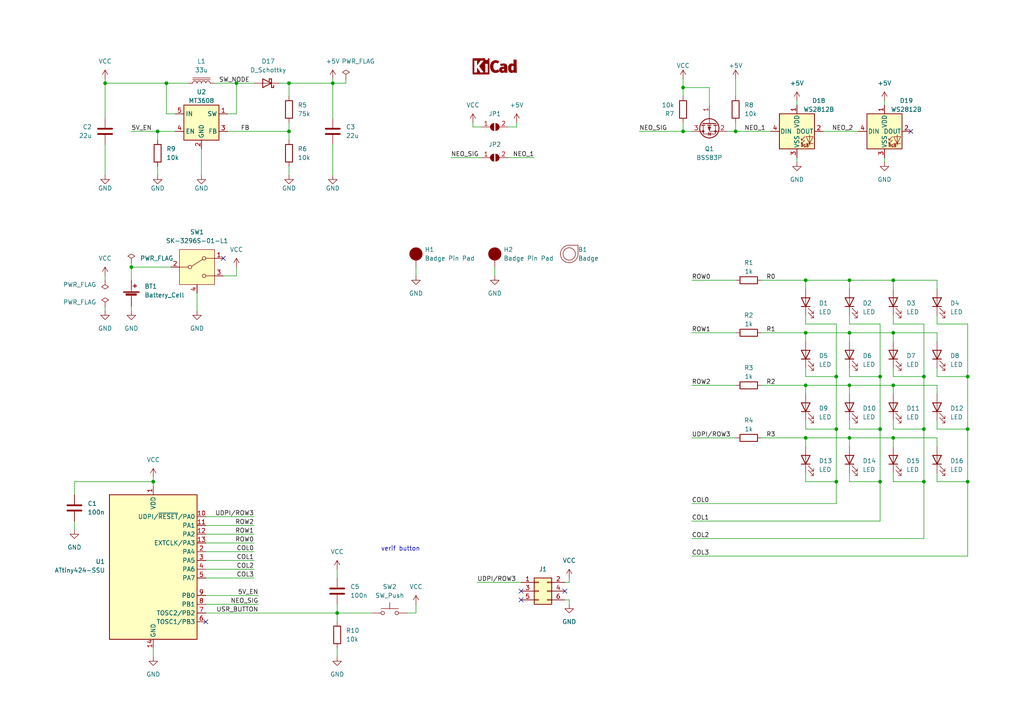
<source format=kicad_sch>
(kicad_sch (version 20211123) (generator eeschema)
  (paper "A4")
  (lib_symbols
    (symbol "Connector_Generic:Conn_02x03_Odd_Even" (pin_names (offset 1.016) hide)
      (property "Reference" "J" (at 1.27 5.08 0))
      (property "Value" "Conn_02x03_Odd_Even" (at 1.27 -5.08 0))
      (symbol "Conn_02x03_Odd_Even_1_1"
        (pin passive line (at -5.08 2.54 0) (length 3.81) (name "Pin_1") (number "1"))
        (pin passive line (at 7.62 2.54 180) (length 3.81) (name "Pin_2") (number "2"))
        (pin passive line (at -5.08 0 0) (length 3.81) (name "Pin_3") (number "3"))
        (pin passive line (at 7.62 0 180) (length 3.81) (name "Pin_4") (number "4"))
        (pin passive line (at -5.08 -2.54 0) (length 3.81) (name "Pin_5") (number "5"))
        (pin passive line (at 7.62 -2.54 180) (length 3.81) (name "Pin_6") (number "6"))
      )
    )
    (symbol "Device:Battery_Cell" (pin_numbers hide) (pin_names (offset 0) hide)
      (property "Reference" "BT" (at 2.54 2.54 0))
      (property "Value" "Battery_Cell" (at 2.54 0 0))
      (symbol "Battery_Cell_1_1"
        (pin passive line (at 0 5.08 270) (length 2.54) (name "+") (number "1"))
        (pin passive line (at 0 -2.54 90) (length 2.54) (name "-") (number "2"))
      )
    )
    (symbol "Device:C" (pin_numbers hide) (pin_names (offset 0.254))
      (property "Reference" "C" (at 0.635 2.54 0))
      (property "Value" "C" (at 0.635 -2.54 0))
      (symbol "C_1_1"
        (pin passive line (at 0 3.81 270) (length 2.794) (name "~") (number "1"))
        (pin passive line (at 0 -3.81 90) (length 2.794) (name "~") (number "2"))
      )
    )
    (symbol "Device:D_Schottky" (pin_numbers hide) (pin_names (offset 1.016) hide)
      (property "Reference" "D" (at 0 2.54 0))
      (property "Value" "D_Schottky" (at 0 -2.54 0))
      (symbol "D_Schottky_1_1"
        (pin passive line (at -3.81 0 0) (length 2.54) (name "K") (number "1"))
        (pin passive line (at 3.81 0 180) (length 2.54) (name "A") (number "2"))
      )
    )
    (symbol "Device:LED" (pin_numbers hide) (pin_names (offset 1.016) hide)
      (property "Reference" "D" (at 0 2.54 0))
      (property "Value" "LED" (at 0 -2.54 0))
      (symbol "LED_1_1"
        (pin passive line (at -3.81 0 0) (length 2.54) (name "K") (number "1"))
        (pin passive line (at 3.81 0 180) (length 2.54) (name "A") (number "2"))
      )
    )
    (symbol "Device:L_Iron" (pin_numbers hide) (pin_names (offset 1.016) hide)
      (property "Reference" "L" (at -1.27 0 90))
      (property "Value" "L_Iron" (at 2.794 0 90))
      (symbol "L_Iron_1_1"
        (pin passive line (at 0 3.81 270) (length 1.27) (name "1") (number "1"))
        (pin passive line (at 0 -3.81 90) (length 1.27) (name "2") (number "2"))
      )
    )
    (symbol "Device:R" (pin_numbers hide) (pin_names (offset 0))
      (property "Reference" "R" (at 2.032 0 90))
      (property "Value" "R" (at 0 0 90))
      (symbol "R_1_1"
        (pin passive line (at 0 3.81 270) (length 1.27) (name "~") (number "1"))
        (pin passive line (at 0 -3.81 90) (length 1.27) (name "~") (number "2"))
      )
    )
    (symbol "Jumper:SolderJumper_2_Open" (pin_names (offset 0) hide)
      (property "Reference" "JP" (at 0 2.032 0))
      (property "Value" "SolderJumper_2_Open" (at 0 -2.54 0))
      (symbol "SolderJumper_2_Open_1_1"
        (pin passive line (at -3.81 0 0) (length 2.54) (name "A") (number "1"))
        (pin passive line (at 3.81 0 180) (length 2.54) (name "B") (number "2"))
      )
    )
    (symbol "LED:WS2812B" (pin_names (offset 0.254))
      (property "Reference" "D" (at 5.08 5.715 0))
      (property "Value" "WS2812B" (at 1.27 -5.715 0))
      (symbol "WS2812B_0_0"
        (text "RGB" (at 2.286 -4.191 0) (effects (font (size 0.762 0.762))))
      )
      (symbol "WS2812B_1_1"
        (pin power_in line (at 0 7.62 270) (length 2.54) (name "VDD") (number "1"))
        (pin output line (at 7.62 0 180) (length 2.54) (name "DOUT") (number "2"))
        (pin power_in line (at 0 -7.62 90) (length 2.54) (name "VSS") (number "3"))
        (pin input line (at -7.62 0 0) (length 2.54) (name "DIN") (number "4"))
      )
    )
    (symbol "Regulator_Switching:MT3608"
      (property "Reference" "U" (at -2.54 8.89 0))
      (property "Value" "MT3608" (at -3.81 6.35 0))
      (symbol "MT3608_1_1"
        (pin passive line (at 7.62 2.54 180) (length 2.54) (name "SW") (number "1"))
        (pin power_in line (at 0 -7.62 90) (length 2.54) (name "GND") (number "2"))
        (pin input line (at 7.62 -2.54 180) (length 2.54) (name "FB") (number "3"))
        (pin input line (at -7.62 -2.54 0) (length 2.54) (name "EN") (number "4"))
        (pin power_in line (at -7.62 2.54 0) (length 2.54) (name "IN") (number "5"))
        (pin no_connect line (at 5.08 0 180) (length 2.54) hide (name "NC") (number "6"))
      )
    )
    (symbol "Switch:SW_Push" (pin_numbers hide) (pin_names (offset 1.016) hide)
      (property "Reference" "SW" (at 1.27 2.54 0))
      (property "Value" "SW_Push" (at 0 -1.524 0))
      (symbol "SW_Push_0_1"
        (pin passive line (at -5.08 0 0) (length 2.54) (name "1") (number "1"))
        (pin passive line (at 5.08 0 180) (length 2.54) (name "2") (number "2"))
      )
    )
    (symbol "Transistor_FET:BSS83P" (pin_names hide)
      (property "Reference" "Q" (at 5.08 1.905 0))
      (property "Value" "BSS83P" (at 5.08 0 0))
      (symbol "BSS83P_1_1"
        (pin input line (at -5.08 0 0) (length 2.54) (name "G") (number "1"))
        (pin passive line (at 2.54 -5.08 90) (length 2.54) (name "S") (number "2"))
        (pin passive line (at 2.54 5.08 270) (length 2.54) (name "D") (number "3"))
      )
    )
    (symbol "badge-lib:Badge"
      (property "Reference" "B" (at 0 3.81 0))
      (property "Value" "Badge" (at 0 6.35 0))
    )
    (symbol "badge-lib:Badge Pin Pad" (pin_numbers hide) (pin_names (offset 1.016) hide)
      (property "Reference" "H" (at 0 6.35 0))
      (property "Value" "Badge Pin Pad" (at 0 4.445 0))
      (symbol "Badge Pin Pad_1_1"
        (pin input line (at 0 -2.54 90) (length 2.54) (name "1") (number "1"))
      )
    )
    (symbol "badge-lib:SK-3296S-01-L1" (pin_names (offset 0) hide)
      (property "Reference" "SW" (at 0 8.89 0))
      (property "Value" "SK-3296S-01-L1" (at 0 6.35 0))
      (symbol "SK-3296S-01-L1_1_1"
        (pin passive line (at 7.62 2.54 180) (length 2.54) (name "A") (number "1"))
        (pin passive line (at -7.62 0 0) (length 2.54) (name "B") (number "2"))
        (pin passive line (at 7.62 -2.54 180) (length 2.54) (name "C") (number "3"))
        (pin passive line (at 0 -7.62 90) (length 2.54) (name "CHASSIS") (number "4"))
      )
    )
    (symbol "guigur-lib:ATtiny424-SSU"
      (property "Reference" "U" (at -12.7 22.86 0))
      (property "Value" "ATtiny424-SSU" (at 2.54 -21.59 0))
      (symbol "ATtiny424-SSU_1_1"
        (pin power_in line (at 0 24.13 270) (length 2.54) (name "VDD") (number "1"))
        (pin bidirectional line (at 15.24 15.24 180) (length 2.54) (name "UDPI/~{RESET}/PA0") (number "10"))
        (pin bidirectional line (at 15.24 12.7 180) (length 2.54) (name "PA1") (number "11"))
        (pin bidirectional line (at 15.24 10.16 180) (length 2.54) (name "PA2") (number "12"))
        (pin bidirectional line (at 15.24 7.62 180) (length 2.54) (name "EXTCLK/PA3") (number "13"))
        (pin power_in line (at 0 -22.86 90) (length 2.54) (name "GND") (number "14"))
        (pin bidirectional line (at 15.24 5.08 180) (length 2.54) (name "PA4") (number "2"))
        (pin bidirectional line (at 15.24 2.54 180) (length 2.54) (name "PA5") (number "3"))
        (pin bidirectional line (at 15.24 0 180) (length 2.54) (name "PA6") (number "4"))
        (pin bidirectional line (at 15.24 -2.54 180) (length 2.54) (name "PA7") (number "5"))
        (pin bidirectional line (at 15.24 -15.24 180) (length 2.54) (name "TOSC1/PB3") (number "6"))
        (pin bidirectional line (at 15.24 -12.7 180) (length 2.54) (name "TOSC2/PB2") (number "7"))
        (pin bidirectional line (at 15.24 -10.16 180) (length 2.54) (name "PB1") (number "8"))
        (pin bidirectional line (at 15.24 -7.62 180) (length 2.54) (name "PB0") (number "9"))
      )
    )
    (symbol "guigur-lib:KiCAD LOGO Small" (pin_names (offset 1.016)))
    (symbol "power:+5V" (power) (pin_names (offset 0))
      (property "Value" "+5V" (at 0 3.556 0))
      (symbol "+5V_1_1"
        (pin power_in line (at 0 0 90) (length 0) hide (name "+5V") (number "1"))
      )
    )
    (symbol "power:GND" (power) (pin_names (offset 0))
      (property "Value" "GND" (at 0 -3.81 0))
      (symbol "GND_1_1"
        (pin power_in line (at 0 0 270) (length 0) hide (name "GND") (number "1"))
      )
    )
    (symbol "power:PWR_FLAG" (power) (pin_numbers hide) (pin_names (offset 0) hide)
      (property "Value" "PWR_FLAG" (at 0 3.81 0))
      (symbol "PWR_FLAG_0_0"
        (pin power_out line (at 0 0 90) (length 0) (name "pwr") (number "1"))
      )
    )
    (symbol "power:VCC" (power) (pin_names (offset 0))
      (property "Value" "VCC" (at 0 3.81 0))
      (symbol "VCC_1_1"
        (pin power_in line (at 0 0 90) (length 0) hide (name "VCC") (number "1"))
      )
    )
  )
  (junction (at 255.27 109.22))
  (junction (at 246.38 81.28))
  (junction (at 246.38 127))
  (junction (at 255.27 124.46))
  (junction (at 246.38 111.76))
  (junction (at 48.26 24.13))
  (junction (at 38.1 77.47))
  (junction (at 198.12 25.4))
  (junction (at 68.58 24.13))
  (junction (at 242.57 124.46))
  (junction (at 267.97 109.22))
  (junction (at 198.12 38.1))
  (junction (at 83.82 24.13))
  (junction (at 44.45 139.7))
  (junction (at 267.97 139.7))
  (junction (at 255.27 139.7))
  (junction (at 213.36 38.1))
  (junction (at 83.82 38.1))
  (junction (at 96.52 24.13))
  (junction (at 267.97 124.46))
  (junction (at 242.57 139.7))
  (junction (at 280.67 124.46))
  (junction (at 30.48 24.13))
  (junction (at 233.68 81.28))
  (junction (at 97.79 177.8))
  (junction (at 280.67 109.22))
  (junction (at 233.68 111.76))
  (junction (at 259.08 111.76))
  (junction (at 259.08 96.52))
  (junction (at 259.08 81.28))
  (junction (at 246.38 96.52))
  (junction (at 233.68 96.52))
  (junction (at 280.67 139.7))
  (junction (at 259.08 127))
  (junction (at 233.68 127))
  (junction (at 242.57 109.22))
  (junction (at 45.72 38.1))
  (no_connect (at 59.69 180.34))
  (no_connect (at 64.77 74.93))
  (no_connect (at 264.16 38.1))
  (no_connect (at 151.13 173.99))
  (no_connect (at 163.83 171.45))
  (no_connect (at 151.13 171.45))
  (wire (pts (xy 255.27 109.22) (xy 255.27 124.46)))
  (wire (pts (xy 242.57 109.22) (xy 242.57 124.46)))
  (wire (pts (xy 259.08 96.52) (xy 259.08 99.06)))
  (wire (pts (xy 120.65 177.8) (xy 118.11 177.8)))
  (wire (pts (xy 271.78 96.52) (xy 271.78 99.06)))
  (wire (pts (xy 267.97 93.98) (xy 267.97 109.22)))
  (wire (pts (xy 259.08 81.28) (xy 259.08 83.82)))
  (wire (pts (xy 246.38 93.98) (xy 255.27 93.98)))
  (wire (pts (xy 246.38 106.68) (xy 246.38 109.22)))
  (wire (pts (xy 246.38 127) (xy 259.08 127)))
  (wire (pts (xy 198.12 25.4) (xy 205.74 25.4)))
  (wire (pts (xy 97.79 175.26) (xy 97.79 177.8)))
  (wire (pts (xy 165.1 168.91) (xy 163.83 168.91)))
  (wire (pts (xy 49.53 77.47) (xy 38.1 77.47)))
  (wire (pts (xy 30.48 50.8) (xy 30.48 41.91)))
  (wire (pts (xy 255.27 139.7) (xy 246.38 139.7)))
  (wire (pts (xy 271.78 109.22) (xy 280.67 109.22)))
  (wire (pts (xy 231.14 29.21) (xy 231.14 30.48)))
  (wire (pts (xy 246.38 109.22) (xy 255.27 109.22)))
  (wire (pts (xy 97.79 190.5) (xy 97.79 187.96)))
  (wire (pts (xy 68.58 33.02) (xy 66.04 33.02)))
  (wire (pts (xy 246.38 124.46) (xy 255.27 124.46)))
  (wire (pts (xy 267.97 139.7) (xy 267.97 156.21)))
  (wire (pts (xy 200.66 127) (xy 213.36 127)))
  (wire (pts (xy 255.27 139.7) (xy 255.27 151.13)))
  (wire (pts (xy 233.68 99.06) (xy 233.68 96.52)))
  (wire (pts (xy 259.08 121.92) (xy 259.08 124.46)))
  (wire (pts (xy 59.69 162.56) (xy 73.66 162.56)))
  (wire (pts (xy 246.38 96.52) (xy 246.38 99.06)))
  (wire (pts (xy 233.68 96.52) (xy 246.38 96.52)))
  (wire (pts (xy 38.1 76.2) (xy 38.1 77.47)))
  (wire (pts (xy 233.68 124.46) (xy 242.57 124.46)))
  (wire (pts (xy 198.12 22.86) (xy 198.12 25.4)))
  (wire (pts (xy 68.58 24.13) (xy 73.66 24.13)))
  (wire (pts (xy 30.48 22.86) (xy 30.48 24.13)))
  (wire (pts (xy 280.67 109.22) (xy 280.67 124.46)))
  (wire (pts (xy 280.67 139.7) (xy 271.78 139.7)))
  (wire (pts (xy 81.28 24.13) (xy 83.82 24.13)))
  (wire (pts (xy 62.23 24.13) (xy 68.58 24.13)))
  (wire (pts (xy 83.82 35.56) (xy 83.82 38.1)))
  (wire (pts (xy 107.95 177.8) (xy 97.79 177.8)))
  (wire (pts (xy 149.86 36.83) (xy 149.86 35.56)))
  (wire (pts (xy 45.72 38.1) (xy 50.8 38.1)))
  (wire (pts (xy 213.36 38.1) (xy 223.52 38.1)))
  (wire (pts (xy 21.59 153.67) (xy 21.59 151.13)))
  (wire (pts (xy 280.67 93.98) (xy 280.67 109.22)))
  (wire (pts (xy 242.57 139.7) (xy 242.57 146.05)))
  (wire (pts (xy 233.68 139.7) (xy 233.68 137.16)))
  (wire (pts (xy 271.78 106.68) (xy 271.78 109.22)))
  (wire (pts (xy 280.67 124.46) (xy 280.67 139.7)))
  (wire (pts (xy 59.69 157.48) (xy 73.66 157.48)))
  (wire (pts (xy 120.65 175.26) (xy 120.65 177.8)))
  (wire (pts (xy 200.66 151.13) (xy 255.27 151.13)))
  (wire (pts (xy 233.68 83.82) (xy 233.68 81.28)))
  (wire (pts (xy 44.45 190.5) (xy 44.45 187.96)))
  (wire (pts (xy 271.78 121.92) (xy 271.78 124.46)))
  (wire (pts (xy 97.79 177.8) (xy 97.79 180.34)))
  (wire (pts (xy 200.66 146.05) (xy 242.57 146.05)))
  (wire (pts (xy 59.69 177.8) (xy 97.79 177.8)))
  (wire (pts (xy 30.48 34.29) (xy 30.48 24.13)))
  (wire (pts (xy 200.66 161.29) (xy 280.67 161.29)))
  (wire (pts (xy 44.45 138.43) (xy 44.45 139.7)))
  (wire (pts (xy 21.59 139.7) (xy 44.45 139.7)))
  (wire (pts (xy 59.69 172.72) (xy 74.93 172.72)))
  (wire (pts (xy 255.27 93.98) (xy 255.27 109.22)))
  (wire (pts (xy 198.12 35.56) (xy 198.12 38.1)))
  (wire (pts (xy 246.38 111.76) (xy 246.38 114.3)))
  (wire (pts (xy 200.66 81.28) (xy 213.36 81.28)))
  (wire (pts (xy 96.52 22.86) (xy 96.52 24.13)))
  (wire (pts (xy 200.66 96.52) (xy 213.36 96.52)))
  (wire (pts (xy 147.32 45.72) (xy 154.94 45.72)))
  (wire (pts (xy 45.72 40.64) (xy 45.72 38.1)))
  (wire (pts (xy 220.98 111.76) (xy 233.68 111.76)))
  (wire (pts (xy 137.16 36.83) (xy 139.7 36.83)))
  (wire (pts (xy 246.38 81.28) (xy 246.38 83.82)))
  (wire (pts (xy 242.57 139.7) (xy 233.68 139.7)))
  (wire (pts (xy 30.48 80.01) (xy 30.48 81.28)))
  (wire (pts (xy 259.08 111.76) (xy 271.78 111.76)))
  (wire (pts (xy 280.67 139.7) (xy 280.67 161.29)))
  (wire (pts (xy 267.97 109.22) (xy 267.97 124.46)))
  (wire (pts (xy 233.68 114.3) (xy 233.68 111.76)))
  (wire (pts (xy 231.14 45.72) (xy 231.14 46.99)))
  (wire (pts (xy 271.78 139.7) (xy 271.78 137.16)))
  (wire (pts (xy 271.78 124.46) (xy 280.67 124.46)))
  (wire (pts (xy 246.38 139.7) (xy 246.38 137.16)))
  (wire (pts (xy 59.69 160.02) (xy 73.66 160.02)))
  (wire (pts (xy 242.57 124.46) (xy 242.57 139.7)))
  (wire (pts (xy 213.36 35.56) (xy 213.36 38.1)))
  (wire (pts (xy 120.65 80.01) (xy 120.65 77.47)))
  (wire (pts (xy 267.97 139.7) (xy 259.08 139.7)))
  (wire (pts (xy 165.1 167.64) (xy 165.1 168.91)))
  (wire (pts (xy 48.26 24.13) (xy 54.61 24.13)))
  (wire (pts (xy 267.97 109.22) (xy 259.08 109.22)))
  (wire (pts (xy 21.59 143.51) (xy 21.59 139.7)))
  (wire (pts (xy 200.66 156.21) (xy 267.97 156.21)))
  (wire (pts (xy 233.68 127) (xy 246.38 127)))
  (wire (pts (xy 238.76 38.1) (xy 248.92 38.1)))
  (wire (pts (xy 271.78 93.98) (xy 280.67 93.98)))
  (wire (pts (xy 246.38 81.28) (xy 259.08 81.28)))
  (wire (pts (xy 213.36 22.86) (xy 213.36 27.94)))
  (wire (pts (xy 233.68 106.68) (xy 233.68 109.22)))
  (wire (pts (xy 259.08 96.52) (xy 271.78 96.52)))
  (wire (pts (xy 30.48 24.13) (xy 48.26 24.13)))
  (wire (pts (xy 256.54 45.72) (xy 256.54 46.99)))
  (wire (pts (xy 147.32 36.83) (xy 149.86 36.83)))
  (wire (pts (xy 256.54 29.21) (xy 256.54 30.48)))
  (wire (pts (xy 100.33 24.13) (xy 96.52 24.13)))
  (wire (pts (xy 220.98 81.28) (xy 233.68 81.28)))
  (wire (pts (xy 64.77 80.01) (xy 68.58 80.01)))
  (wire (pts (xy 44.45 139.7) (xy 44.45 140.97)))
  (wire (pts (xy 246.38 111.76) (xy 259.08 111.76)))
  (wire (pts (xy 96.52 24.13) (xy 83.82 24.13)))
  (wire (pts (xy 233.68 81.28) (xy 246.38 81.28)))
  (wire (pts (xy 59.69 167.64) (xy 73.66 167.64)))
  (wire (pts (xy 50.8 33.02) (xy 48.26 33.02)))
  (wire (pts (xy 210.82 38.1) (xy 213.36 38.1)))
  (wire (pts (xy 246.38 96.52) (xy 259.08 96.52)))
  (wire (pts (xy 259.08 139.7) (xy 259.08 137.16)))
  (wire (pts (xy 259.08 91.44) (xy 259.08 93.98)))
  (wire (pts (xy 59.69 154.94) (xy 73.66 154.94)))
  (wire (pts (xy 246.38 121.92) (xy 246.38 124.46)))
  (wire (pts (xy 233.68 111.76) (xy 246.38 111.76)))
  (wire (pts (xy 271.78 127) (xy 271.78 129.54)))
  (wire (pts (xy 259.08 127) (xy 259.08 129.54)))
  (wire (pts (xy 233.68 109.22) (xy 242.57 109.22)))
  (wire (pts (xy 220.98 96.52) (xy 233.68 96.52)))
  (wire (pts (xy 48.26 33.02) (xy 48.26 24.13)))
  (wire (pts (xy 83.82 27.94) (xy 83.82 24.13)))
  (wire (pts (xy 259.08 106.68) (xy 259.08 109.22)))
  (wire (pts (xy 96.52 50.8) (xy 96.52 41.91)))
  (wire (pts (xy 59.69 175.26) (xy 74.93 175.26)))
  (wire (pts (xy 242.57 93.98) (xy 242.57 109.22)))
  (wire (pts (xy 38.1 77.47) (xy 38.1 81.28)))
  (wire (pts (xy 271.78 81.28) (xy 271.78 83.82)))
  (wire (pts (xy 83.82 50.8) (xy 83.82 48.26)))
  (wire (pts (xy 68.58 24.13) (xy 68.58 33.02)))
  (wire (pts (xy 68.58 77.47) (xy 68.58 80.01)))
  (wire (pts (xy 205.74 25.4) (xy 205.74 30.48)))
  (wire (pts (xy 259.08 124.46) (xy 267.97 124.46)))
  (wire (pts (xy 38.1 90.17) (xy 38.1 88.9)))
  (wire (pts (xy 100.33 22.86) (xy 100.33 24.13)))
  (wire (pts (xy 30.48 90.17) (xy 30.48 88.9)))
  (wire (pts (xy 220.98 127) (xy 233.68 127)))
  (wire (pts (xy 200.66 111.76) (xy 213.36 111.76)))
  (wire (pts (xy 271.78 91.44) (xy 271.78 93.98)))
  (wire (pts (xy 198.12 27.94) (xy 198.12 25.4)))
  (wire (pts (xy 45.72 50.8) (xy 45.72 48.26)))
  (wire (pts (xy 143.51 80.01) (xy 143.51 77.47)))
  (wire (pts (xy 58.42 50.8) (xy 58.42 43.18)))
  (wire (pts (xy 259.08 111.76) (xy 259.08 114.3)))
  (wire (pts (xy 165.1 173.99) (xy 163.83 173.99)))
  (wire (pts (xy 96.52 34.29) (xy 96.52 24.13)))
  (wire (pts (xy 267.97 124.46) (xy 267.97 139.7)))
  (wire (pts (xy 66.04 38.1) (xy 83.82 38.1)))
  (wire (pts (xy 59.69 149.86) (xy 73.66 149.86)))
  (wire (pts (xy 233.68 91.44) (xy 233.68 93.98)))
  (wire (pts (xy 255.27 124.46) (xy 255.27 139.7)))
  (wire (pts (xy 38.1 38.1) (xy 45.72 38.1)))
  (wire (pts (xy 271.78 111.76) (xy 271.78 114.3)))
  (wire (pts (xy 185.42 38.1) (xy 198.12 38.1)))
  (wire (pts (xy 233.68 93.98) (xy 242.57 93.98)))
  (wire (pts (xy 165.1 175.26) (xy 165.1 173.99)))
  (wire (pts (xy 246.38 91.44) (xy 246.38 93.98)))
  (wire (pts (xy 198.12 38.1) (xy 200.66 38.1)))
  (wire (pts (xy 259.08 127) (xy 271.78 127)))
  (wire (pts (xy 137.16 35.56) (xy 137.16 36.83)))
  (wire (pts (xy 259.08 81.28) (xy 271.78 81.28)))
  (wire (pts (xy 97.79 165.1) (xy 97.79 167.64)))
  (wire (pts (xy 59.69 152.4) (xy 73.66 152.4)))
  (wire (pts (xy 138.43 168.91) (xy 151.13 168.91)))
  (wire (pts (xy 259.08 93.98) (xy 267.97 93.98)))
  (wire (pts (xy 233.68 129.54) (xy 233.68 127)))
  (wire (pts (xy 83.82 38.1) (xy 83.82 40.64)))
  (wire (pts (xy 246.38 127) (xy 246.38 129.54)))
  (wire (pts (xy 59.69 165.1) (xy 73.66 165.1)))
  (wire (pts (xy 130.81 45.72) (xy 139.7 45.72)))
  (wire (pts (xy 233.68 121.92) (xy 233.68 124.46)))
  (wire (pts (xy 57.15 90.17) (xy 57.15 85.09)))
  (text "verif button\n" (at 110.49 160.02 0) (effects (font (size 1.27 1.27)) (justify left bottom)))
  (label "ROW2" (at 73.66 152.4 180))
  (label "R0" (at 222.25 81.28 0))
  (label "NEO_1" (at 215.9 38.1 0))
  (label "ROW1" (at 200.66 96.52 0))
  (label "COL3" (at 200.66 161.29 0))
  (label "FB" (at 72.39 38.1 180))
  (label "SW_NODE" (at 63.5 24.13 0))
  (label "ROW0" (at 73.66 157.48 180))
  (label "5V_EN" (at 38.1 38.1 0))
  (label "5V_EN" (at 74.93 172.72 180))
  (label "COL0" (at 200.66 146.05 0))
  (label "COL2" (at 200.66 156.21 0))
  (label "R1" (at 222.25 96.52 0))
  (label "NEO_SIG" (at 130.81 45.72 0))
  (label "ROW1" (at 73.66 154.94 180))
  (label "COL2" (at 73.66 165.1 180))
  (label "COL1" (at 200.66 151.13 0))
  (label "USR_BUTTON" (at 74.93 177.8 180))
  (label "NEO_1" (at 154.94 45.72 180))
  (label "COL1" (at 73.66 162.56 180))
  (label "R3" (at 222.25 127 0))
  (label "NEO_SIG" (at 74.93 175.26 180))
  (label "UDPI{slash}ROW3" (at 73.66 149.86 180))
  (label "R2" (at 222.25 111.76 0))
  (label "UDPI{slash}ROW3" (at 200.66 127 0))
  (label "ROW0" (at 200.66 81.28 0))
  (label "NEO_2" (at 241.3 38.1 0))
  (label "ROW2" (at 200.66 111.76 0))
  (label "COL0" (at 73.66 160.02 180))
  (label "NEO_SIG" (at 185.42 38.1 0))
  (label "UDPI{slash}ROW3" (at 138.43 168.91 0))
  (label "COL3" (at 73.66 167.64 180))
  (symbol (lib_id "badge-lib:SK-3296S-01-L1") (at 57.15 77.47 0) (unit 1)
    (property "Reference" "SW1" (at 57.15 67.31 0))
    (property "Value" "SK-3296S-01-L1" (at 57.15 69.85 0))
    (property "Footprint" "badge:sk-3296s-01-l1" (effects hide))
    (property "Datasheet" "https://datasheet.lcsc.com/lcsc/2110151630_XKB-Connectivity-SK-3296S-01-L1_C319020.pdf" (effects hide))
  )
  (symbol (lib_id "power:GND") (at 57.15 90.17 0) (unit 1)
    (property "Reference" "#PWR0123" (effects hide))
    (property "Value" "GND" (at 57.15 95.25 0))
  )
  (symbol (lib_id "Device:L_Iron") (at 58.42 24.13 90) (unit 1)
    (property "Reference" "L1" (at 58.42 17.78 90))
    (property "Value" "33u" (at 58.42 20.32 90))
    (property "Footprint" "Inductor_SMD:L_6.3x6.3_H3" (effects hide))
  )
  (symbol (lib_id "Device:R") (at 217.17 96.52 90) (unit 1)
    (property "Reference" "R2" (at 217.17 91.44 90))
    (property "Value" "1k" (at 217.17 93.98 90))
    (property "Footprint" "Resistor_SMD:R_0603_1608Metric_Pad0.98x0.95mm_HandSolder" (effects hide))
  )
  (symbol (lib_id "Device:LED") (at 259.08 133.35 90) (unit 1)
    (property "Reference" "D15" (at 262.89 133.6674 90) (effects (justify right)))
    (property "Value" "LED" (at 262.89 136.2074 90) (effects (justify right)))
    (property "Footprint" "badge:LED_0805_2012_badge" (effects hide))
  )
  (symbol (lib_id "power:GND") (at 30.48 90.17 0) (mirror y) (unit 1)
    (property "Reference" "#PWR0124" (effects hide))
    (property "Value" "GND" (at 30.48 95.25 0))
  )
  (symbol (lib_id "Switch:SW_Push") (at 113.03 177.8 0) (unit 1)
    (property "Reference" "SW2" (at 113.03 170.18 0))
    (property "Value" "SW_Push" (at 113.03 172.72 0))
    (property "Footprint" "Button_Switch_SMD:SW_Push_1P1T_NO_CK_KSC6xxJ" (effects hide))
  )
  (symbol (lib_id "Device:LED") (at 259.08 102.87 90) (unit 1)
    (property "Reference" "D7" (at 262.89 103.1874 90) (effects (justify right)))
    (property "Value" "LED" (at 262.89 105.7274 90) (effects (justify right)))
    (property "Footprint" "badge:LED_0805_2012_badge" (effects hide))
  )
  (symbol (lib_id "Device:Battery_Cell") (at 38.1 86.36 0) (unit 1)
    (property "Reference" "BT1" (at 41.91 83.0579 0) (effects (justify left)))
    (property "Value" "Battery_Cell" (at 41.91 85.5979 0) (effects (justify left)))
    (property "Footprint" "badge:cr_2032_holder_S8421-45R" (effects hide))
  )
  (symbol (lib_id "badge-lib:Badge") (at 165.1 73.66 0) (unit 1)
    (property "Reference" "B1" (at 167.64 72.3899 0) (effects (justify left)))
    (property "Value" "Badge" (at 167.64 74.9299 0) (effects (justify left)))
    (property "Footprint" "badge:layers" (effects hide))
  )
  (symbol (lib_id "power:PWR_FLAG") (at 30.48 81.28 0) (mirror x) (unit 1)
    (property "Reference" "#FLG0101" (effects hide))
    (property "Value" "PWR_FLAG" (at 27.94 82.5499 0) (effects (justify right)))
  )
  (symbol (lib_id "Device:LED") (at 246.38 87.63 90) (unit 1)
    (property "Reference" "D2" (at 250.19 87.9474 90) (effects (justify right)))
    (property "Value" "LED" (at 250.19 90.4874 90) (effects (justify right)))
    (property "Footprint" "badge:LED_0805_2012_badge" (effects hide))
  )
  (symbol (lib_id "Device:LED") (at 233.68 102.87 90) (unit 1)
    (property "Reference" "D5" (at 237.49 103.1874 90) (effects (justify right)))
    (property "Value" "LED" (at 237.49 105.7274 90) (effects (justify right)))
    (property "Footprint" "badge:LED_0805_2012_badge" (effects hide))
  )
  (symbol (lib_id "Device:LED") (at 246.38 133.35 90) (unit 1)
    (property "Reference" "D14" (at 250.19 133.6674 90) (effects (justify right)))
    (property "Value" "LED" (at 250.19 136.2074 90) (effects (justify right)))
    (property "Footprint" "badge:LED_0805_2012_badge" (effects hide))
  )
  (symbol (lib_id "power:VCC") (at 30.48 22.86 0) (unit 1)
    (property "Reference" "#PWR0118" (effects hide))
    (property "Value" "VCC" (at 30.48 17.78 0))
  )
  (symbol (lib_id "power:GND") (at 83.82 50.8 0) (unit 1)
    (property "Reference" "#PWR0116" (effects hide))
    (property "Value" "GND" (at 83.82 54.61 0))
  )
  (symbol (lib_id "Device:LED") (at 259.08 87.63 90) (unit 1)
    (property "Reference" "D3" (at 262.89 87.9474 90) (effects (justify right)))
    (property "Value" "LED" (at 262.89 90.4874 90) (effects (justify right)))
    (property "Footprint" "badge:LED_0805_2012_badge" (effects hide))
  )
  (symbol (lib_id "Device:R") (at 217.17 111.76 90) (unit 1)
    (property "Reference" "R3" (at 217.17 106.68 90))
    (property "Value" "1k" (at 217.17 109.22 90))
    (property "Footprint" "Resistor_SMD:R_0603_1608Metric_Pad0.98x0.95mm_HandSolder" (effects hide))
  )
  (symbol (lib_id "Regulator_Switching:MT3608") (at 58.42 35.56 0) (unit 1)
    (property "Reference" "U2" (at 58.42 26.67 0))
    (property "Value" "MT3608" (at 58.42 29.21 0))
    (property "Footprint" "Package_TO_SOT_SMD:SOT-23-6" (effects hide))
    (property "Datasheet" "https://www.olimex.com/Products/Breadboarding/BB-PWR-3608/resources/MT3608.pdf" (effects hide))
  )
  (symbol (lib_id "Device:C") (at 30.48 38.1 0) (unit 1)
    (property "Reference" "C2" (at 26.67 36.8299 0) (effects (justify right)))
    (property "Value" "22u" (at 26.67 39.3699 0) (effects (justify right)))
    (property "Footprint" "Resistor_SMD:R_1206_3216Metric_Pad1.30x1.75mm_HandSolder" (effects hide))
  )
  (symbol (lib_id "LED:WS2812B") (at 231.14 38.1 0) (unit 1)
    (property "Reference" "D18" (at 237.49 29.21 0))
    (property "Value" "WS2812B" (at 237.49 31.75 0))
    (property "Footprint" "badge:LED_WS2812B_PLCC4_5.0x5.0mm_P3.2mm" (effects hide))
    (property "Datasheet" "https://cdn-shop.adafruit.com/datasheets/WS2812B.pdf" (effects hide))
  )
  (symbol (lib_id "Device:LED") (at 271.78 87.63 90) (unit 1)
    (property "Reference" "D4" (at 275.59 87.9474 90) (effects (justify right)))
    (property "Value" "LED" (at 275.59 90.4874 90) (effects (justify right)))
    (property "Footprint" "badge:LED_0805_2012_badge" (effects hide))
  )
  (symbol (lib_id "Device:LED") (at 271.78 133.35 90) (unit 1)
    (property "Reference" "D16" (at 275.59 133.6674 90) (effects (justify right)))
    (property "Value" "LED" (at 275.59 136.2074 90) (effects (justify right)))
    (property "Footprint" "badge:LED_0805_2012_badge" (effects hide))
  )
  (symbol (lib_id "power:GND") (at 120.65 80.01 0) (unit 1)
    (property "Reference" "#PWR0106" (effects hide))
    (property "Value" "GND" (at 120.65 85.09 0))
  )
  (symbol (lib_id "power:VCC") (at 44.45 138.43 0) (unit 1)
    (property "Reference" "#PWR0101" (effects hide))
    (property "Value" "VCC" (at 44.45 133.35 0))
  )
  (symbol (lib_id "power:VCC") (at 198.12 22.86 0) (unit 1)
    (property "Reference" "#PWR0112" (effects hide))
    (property "Value" "VCC" (at 198.12 19.05 0))
  )
  (symbol (lib_id "Device:D_Schottky") (at 77.47 24.13 180) (unit 1)
    (property "Reference" "D17" (at 77.7875 17.78 0))
    (property "Value" "D_Schottky" (at 77.7875 20.32 0))
    (property "Footprint" "Diode_SMD:D_SMA" (effects hide))
  )
  (symbol (lib_id "power:+5V") (at 96.52 22.86 0) (unit 1)
    (property "Reference" "#PWR0115" (effects hide))
    (property "Value" "+5V" (at 96.52 17.78 0))
  )
  (symbol (lib_id "Device:LED") (at 233.68 87.63 90) (unit 1)
    (property "Reference" "D1" (at 237.49 87.9474 90) (effects (justify right)))
    (property "Value" "LED" (at 237.49 90.4874 90) (effects (justify right)))
    (property "Footprint" "badge:LED_0805_2012_badge" (effects hide))
  )
  (symbol (lib_id "Device:R") (at 217.17 81.28 90) (unit 1)
    (property "Reference" "R1" (at 217.17 76.2 90))
    (property "Value" "1k" (at 217.17 78.74 90))
    (property "Footprint" "Resistor_SMD:R_0603_1608Metric_Pad0.98x0.95mm_HandSolder" (effects hide))
  )
  (symbol (lib_id "power:+5V") (at 149.86 35.56 0) (unit 1)
    (property "Reference" "#PWR07" (effects hide))
    (property "Value" "+5V" (at 149.86 30.48 0))
  )
  (symbol (lib_id "power:PWR_FLAG") (at 100.33 22.86 0) (unit 1)
    (property "Reference" "#FLG0104" (effects hide))
    (property "Value" "PWR_FLAG" (at 99.06 17.78 0) (effects (justify left)))
  )
  (symbol (lib_id "power:GND") (at 97.79 190.5 0) (unit 1)
    (property "Reference" "#PWR01" (effects hide))
    (property "Value" "GND" (at 97.79 195.58 0))
  )
  (symbol (lib_id "Device:C") (at 97.79 171.45 0) (unit 1)
    (property "Reference" "C5" (at 101.6 170.1799 0) (effects (justify left)))
    (property "Value" "100n" (at 101.6 172.72 0) (effects (justify left)))
    (property "Footprint" "Resistor_SMD:R_0805_2012Metric_Pad1.20x1.40mm_HandSolder" (effects hide))
  )
  (symbol (lib_id "Device:C") (at 96.52 38.1 0) (unit 1)
    (property "Reference" "C3" (at 100.33 36.8299 0) (effects (justify left)))
    (property "Value" "22u" (at 100.33 39.3699 0) (effects (justify left)))
    (property "Footprint" "Resistor_SMD:R_1206_3216Metric_Pad1.30x1.75mm_HandSolder" (effects hide))
  )
  (symbol (lib_id "Jumper:SolderJumper_2_Open") (at 143.51 45.72 0) (unit 1)
    (property "Reference" "JP2" (at 143.51 41.91 0))
    (property "Value" "SolderJumper_2_Open" (effects hide))
    (property "Footprint" "Jumper:SolderJumper-2_P1.3mm_Open_TrianglePad1.0x1.5mm" (effects hide))
  )
  (symbol (lib_id "Device:LED") (at 246.38 118.11 90) (unit 1)
    (property "Reference" "D10" (at 250.19 118.4274 90) (effects (justify right)))
    (property "Value" "LED" (at 250.19 120.9674 90) (effects (justify right)))
    (property "Footprint" "badge:LED_0805_2012_badge" (effects hide))
  )
  (symbol (lib_id "Transistor_FET:BSS83P") (at 205.74 35.56 90) (mirror x) (unit 1)
    (property "Reference" "Q1" (at 205.74 43.18 90))
    (property "Value" "BSS83P" (at 205.74 45.72 90))
    (property "Footprint" "Package_TO_SOT_SMD:SOT-23" (effects hide))
    (property "Datasheet" "http://www.farnell.com/datasheets/1835997.pdf" (effects hide))
  )
  (symbol (lib_id "power:+5V") (at 256.54 29.21 0) (unit 1)
    (property "Reference" "#PWR0108" (effects hide))
    (property "Value" "+5V" (at 256.54 24.13 0))
  )
  (symbol (lib_id "power:VCC") (at 68.58 77.47 0) (unit 1)
    (property "Reference" "#PWR0122" (effects hide))
    (property "Value" "VCC" (at 68.58 72.39 0))
  )
  (symbol (lib_id "power:GND") (at 256.54 46.99 0) (unit 1)
    (property "Reference" "#PWR04" (effects hide))
    (property "Value" "GND" (at 256.54 52.07 0))
  )
  (symbol (lib_id "power:GND") (at 30.48 50.8 0) (unit 1)
    (property "Reference" "#PWR0121" (effects hide))
    (property "Value" "GND" (at 30.48 54.61 0))
  )
  (symbol (lib_id "Device:R") (at 213.36 31.75 0) (unit 1)
    (property "Reference" "R8" (at 215.9 30.4799 0) (effects (justify left)))
    (property "Value" "10k" (at 215.9 33.0199 0) (effects (justify left)))
    (property "Footprint" "Resistor_SMD:R_0603_1608Metric_Pad0.98x0.95mm_HandSolder" (effects hide))
  )
  (symbol (lib_id "power:GND") (at 58.42 50.8 0) (unit 1)
    (property "Reference" "#PWR0120" (effects hide))
    (property "Value" "GND" (at 58.42 54.61 0))
  )
  (symbol (lib_id "Device:LED") (at 271.78 118.11 90) (unit 1)
    (property "Reference" "D12" (at 275.59 118.4274 90) (effects (justify right)))
    (property "Value" "LED" (at 275.59 120.9674 90) (effects (justify right)))
    (property "Footprint" "badge:LED_0805_2012_badge" (effects hide))
  )
  (symbol (lib_id "power:GND") (at 21.59 153.67 0) (unit 1)
    (property "Reference" "#PWR0103" (effects hide))
    (property "Value" "GND" (at 21.59 158.75 0))
  )
  (symbol (lib_id "power:GND") (at 44.45 190.5 0) (unit 1)
    (property "Reference" "#PWR0102" (effects hide))
    (property "Value" "GND" (at 44.45 195.58 0))
  )
  (symbol (lib_id "guigur-lib:ATtiny424-SSU") (at 44.45 165.1 0) (unit 1)
    (property "Reference" "U1" (at 30.48 162.8774 0) (effects (justify right)))
    (property "Value" "ATtiny424-SSU" (at 30.48 165.4174 0) (effects (justify right)))
    (property "Footprint" "Package_SO:SOIC-14_3.9x8.7mm_P1.27mm" (effects hide))
    (property "Datasheet" "https://www.mouser.fr/datasheet/2/268/ATtiny424_426_427_824_826_827_DataSheet_DS40002311-2887739.pdf" (effects hide))
  )
  (symbol (lib_id "Device:R") (at 83.82 44.45 0) (unit 1)
    (property "Reference" "R6" (at 86.36 43.1799 0) (effects (justify left)))
    (property "Value" "10k" (at 86.36 45.7199 0) (effects (justify left)))
    (property "Footprint" "Resistor_SMD:R_0603_1608Metric_Pad0.98x0.95mm_HandSolder" (effects hide))
  )
  (symbol (lib_id "power:PWR_FLAG") (at 38.1 76.2 0) (unit 1)
    (property "Reference" "#FLG0103" (effects hide))
    (property "Value" "PWR_FLAG" (at 40.64 74.9299 0) (effects (justify left)))
  )
  (symbol (lib_id "Device:LED") (at 271.78 102.87 90) (unit 1)
    (property "Reference" "D8" (at 275.59 103.1874 90) (effects (justify right)))
    (property "Value" "LED" (at 275.59 105.7274 90) (effects (justify right)))
    (property "Footprint" "badge:LED_0805_2012_badge" (effects hide))
  )
  (symbol (lib_id "power:VCC") (at 97.79 165.1 0) (unit 1)
    (property "Reference" "#PWR05" (effects hide))
    (property "Value" "VCC" (at 97.79 160.02 0))
  )
  (symbol (lib_id "power:GND") (at 165.1 175.26 0) (unit 1)
    (property "Reference" "#PWR0104" (effects hide))
    (property "Value" "GND" (at 165.1 180.34 0))
  )
  (symbol (lib_id "power:VCC") (at 120.65 175.26 0) (unit 1)
    (property "Reference" "#PWR03" (effects hide))
    (property "Value" "VCC" (at 120.65 170.18 0))
  )
  (symbol (lib_id "power:VCC") (at 30.48 80.01 0) (mirror y) (unit 1)
    (property "Reference" "#PWR0125" (effects hide))
    (property "Value" "VCC" (at 30.48 74.93 0))
  )
  (symbol (lib_id "power:VCC") (at 137.16 35.56 0) (unit 1)
    (property "Reference" "#PWR06" (effects hide))
    (property "Value" "VCC" (at 137.16 30.48 0))
  )
  (symbol (lib_id "Device:R") (at 217.17 127 90) (unit 1)
    (property "Reference" "R4" (at 217.17 121.92 90))
    (property "Value" "1k" (at 217.17 124.46 90))
    (property "Footprint" "Resistor_SMD:R_0603_1608Metric_Pad0.98x0.95mm_HandSolder" (effects hide))
  )
  (symbol (lib_id "badge-lib:Badge Pin Pad") (at 143.51 74.93 0) (unit 1)
    (property "Reference" "H2" (at 146.05 72.3899 0) (effects (justify left)))
    (property "Value" "Badge Pin Pad" (at 146.05 74.9299 0) (effects (justify left)))
    (property "Footprint" "badge:pin_badge" (effects hide))
  )
  (symbol (lib_id "Device:R") (at 45.72 44.45 0) (unit 1)
    (property "Reference" "R9" (at 48.26 43.1799 0) (effects (justify left)))
    (property "Value" "10k" (at 48.26 45.7199 0) (effects (justify left)))
    (property "Footprint" "Resistor_SMD:R_0603_1608Metric_Pad0.98x0.95mm_HandSolder" (effects hide))
  )
  (symbol (lib_id "guigur-lib:KiCAD LOGO Small") (at 143.51 19.05 0) (unit 1) (in_bom no)
    (property "Reference" "G1" (effects hide))
    (property "Value" "KiCAD LOGO Small" (effects hide))
    (property "Footprint" "Symbol:Symbol_CC-Attribution_CopperTop_Small" (effects hide))
  )
  (symbol (lib_id "Device:LED") (at 246.38 102.87 90) (unit 1)
    (property "Reference" "D6" (at 250.19 103.1874 90) (effects (justify right)))
    (property "Value" "LED" (at 250.19 105.7274 90) (effects (justify right)))
    (property "Footprint" "badge:LED_0805_2012_badge" (effects hide))
  )
  (symbol (lib_id "power:PWR_FLAG") (at 30.48 88.9 0) (mirror y) (unit 1)
    (property "Reference" "#FLG0102" (effects hide))
    (property "Value" "PWR_FLAG" (at 27.94 87.6299 0) (effects (justify left)))
  )
  (symbol (lib_id "power:GND") (at 231.14 46.99 0) (unit 1)
    (property "Reference" "#PWR02" (effects hide))
    (property "Value" "GND" (at 231.14 52.07 0))
  )
  (symbol (lib_id "Device:R") (at 97.79 184.15 0) (unit 1)
    (property "Reference" "R10" (at 100.33 182.8799 0) (effects (justify left)))
    (property "Value" "10k" (at 100.33 185.4199 0) (effects (justify left)))
    (property "Footprint" "Resistor_SMD:R_0603_1608Metric_Pad0.98x0.95mm_HandSolder" (effects hide))
  )
  (symbol (lib_id "Device:LED") (at 259.08 118.11 90) (unit 1)
    (property "Reference" "D11" (at 262.89 118.4274 90) (effects (justify right)))
    (property "Value" "LED" (at 262.89 120.9674 90) (effects (justify right)))
    (property "Footprint" "badge:LED_0805_2012_badge" (effects hide))
  )
  (symbol (lib_id "Device:LED") (at 233.68 118.11 90) (unit 1)
    (property "Reference" "D9" (at 237.49 118.4274 90) (effects (justify right)))
    (property "Value" "LED" (at 237.49 120.9674 90) (effects (justify right)))
    (property "Footprint" "badge:LED_0805_2012_badge" (effects hide))
  )
  (symbol (lib_id "Device:C") (at 21.59 147.32 0) (unit 1)
    (property "Reference" "C1" (at 25.4 146.0499 0) (effects (justify left)))
    (property "Value" "100n" (at 25.4 148.5899 0) (effects (justify left)))
    (property "Footprint" "Capacitor_SMD:C_0805_2012Metric_Pad1.18x1.45mm_HandSolder" (effects hide))
  )
  (symbol (lib_id "power:GND") (at 143.51 80.01 0) (unit 1)
    (property "Reference" "#PWR0107" (effects hide))
    (property "Value" "GND" (at 143.51 85.09 0))
  )
  (symbol (lib_id "Device:LED") (at 233.68 133.35 90) (unit 1)
    (property "Reference" "D13" (at 237.49 133.6674 90) (effects (justify right)))
    (property "Value" "LED" (at 237.49 136.2074 90) (effects (justify right)))
    (property "Footprint" "badge:LED_0805_2012_badge" (effects hide))
  )
  (symbol (lib_id "Device:R") (at 198.12 31.75 180) (unit 1)
    (property "Reference" "R7" (at 195.58 33.0201 0) (effects (justify left)))
    (property "Value" "10k" (at 195.58 30.4801 0) (effects (justify left)))
    (property "Footprint" "Resistor_SMD:R_0603_1608Metric_Pad0.98x0.95mm_HandSolder" (effects hide))
  )
  (symbol (lib_id "Connector_Generic:Conn_02x03_Odd_Even") (at 156.21 171.45 0) (unit 1)
    (property "Reference" "J1" (at 157.48 165.1 0))
    (property "Value" "Conn_02x03_Odd_Even" (effects hide))
    (property "Footprint" "guigur-lib:UDPI_connector" (effects hide))
  )
  (symbol (lib_id "power:GND") (at 96.52 50.8 0) (unit 1)
    (property "Reference" "#PWR0117" (effects hide))
    (property "Value" "GND" (at 96.52 54.61 0))
  )
  (symbol (lib_id "power:+5V") (at 213.36 22.86 0) (unit 1)
    (property "Reference" "#PWR0113" (effects hide))
    (property "Value" "+5V" (at 213.36 19.05 0))
  )
  (symbol (lib_id "power:GND") (at 45.72 50.8 0) (unit 1)
    (property "Reference" "#PWR0119" (effects hide))
    (property "Value" "GND" (at 45.72 54.61 0))
  )
  (symbol (lib_id "Jumper:SolderJumper_2_Open") (at 143.51 36.83 0) (unit 1)
    (property "Reference" "JP1" (at 143.51 33.02 0))
    (property "Value" "SolderJumper_2_Open" (effects hide))
    (property "Footprint" "Jumper:SolderJumper-2_P1.3mm_Open_TrianglePad1.0x1.5mm" (effects hide))
  )
  (symbol (lib_id "power:GND") (at 38.1 90.17 0) (unit 1)
    (property "Reference" "#PWR0114" (effects hide))
    (property "Value" "GND" (at 38.1 95.25 0))
  )
  (symbol (lib_id "Device:R") (at 83.82 31.75 0) (unit 1)
    (property "Reference" "R5" (at 86.36 30.4799 0) (effects (justify left)))
    (property "Value" "75k" (at 86.36 33.0199 0) (effects (justify left)))
    (property "Footprint" "Resistor_SMD:R_0603_1608Metric_Pad0.98x0.95mm_HandSolder" (effects hide))
  )
  (symbol (lib_id "LED:WS2812B") (at 256.54 38.1 0) (unit 1)
    (property "Reference" "D19" (at 262.89 29.21 0))
    (property "Value" "WS2812B" (at 262.89 31.75 0))
    (property "Footprint" "badge:LED_WS2812B_PLCC4_5.0x5.0mm_P3.2mm" (effects hide))
    (property "Datasheet" "https://cdn-shop.adafruit.com/datasheets/WS2812B.pdf" (effects hide))
  )
  (symbol (lib_id "badge-lib:Badge Pin Pad") (at 120.65 74.93 0) (unit 1)
    (property "Reference" "H1" (at 123.19 72.3899 0) (effects (justify left)))
    (property "Value" "Badge Pin Pad" (at 123.19 74.9299 0) (effects (justify left)))
    (property "Footprint" "badge:pin_badge" (effects hide))
  )
  (symbol (lib_id "power:+5V") (at 231.14 29.21 0) (unit 1)
    (property "Reference" "#PWR0111" (effects hide))
    (property "Value" "+5V" (at 231.14 24.13 0))
  )
  (symbol (lib_id "power:VCC") (at 165.1 167.64 0) (unit 1)
    (property "Reference" "#PWR0105" (effects hide))
    (property "Value" "VCC" (at 165.1 162.56 0))
  )
)
</source>
